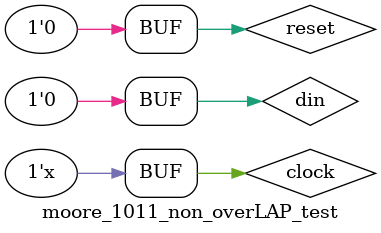
<source format=sv>
module moore_1011_non_overLAP_test;
 reg din, reset, clock;
 wire dout;
 moore_1011_non_overLAP m1(dout,din,clock,reset);
 always #10 clock=!clock;
 initial begin
 $dumpfile("dump.vcd"); $dumpvars;
 clock=0;
 reset=1;
 din=1;
 #20 reset=0;din=0;
 #20 din=1;
 #20 din=0;
 #20 din=1;
 #20 din=1;
 #20 din=0;
 #20 din=1;
 #20 din=0;
 #20 din=1;
 #20 din=1;
 #20 din=0;
 #20 din=1;
 #20 din=1;
 #20 din=0;
 #20 din=1;
 #20 din=0;
 end
endmodule
</source>
